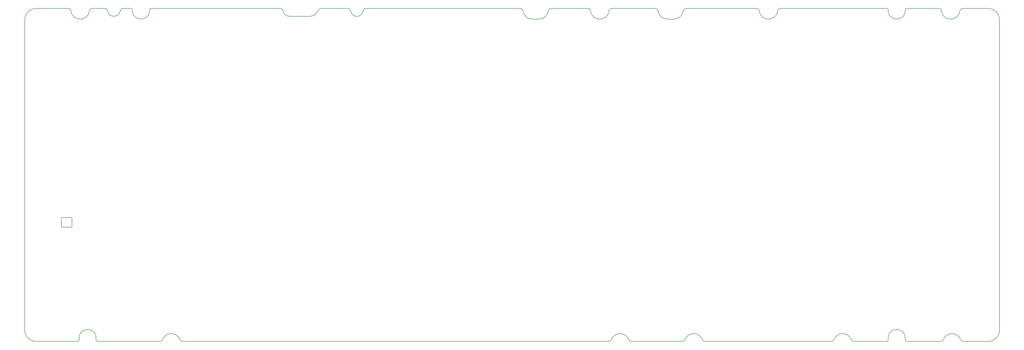
<source format=gbr>
%TF.GenerationSoftware,KiCad,Pcbnew,8.0.6*%
%TF.CreationDate,2024-11-23T19:51:20+07:00*%
%TF.ProjectId,Zellia80,5a656c6c-6961-4383-902e-6b696361645f,rev?*%
%TF.SameCoordinates,Original*%
%TF.FileFunction,Profile,NP*%
%FSLAX46Y46*%
G04 Gerber Fmt 4.6, Leading zero omitted, Abs format (unit mm)*
G04 Created by KiCad (PCBNEW 8.0.6) date 2024-11-23 19:51:20*
%MOMM*%
%LPD*%
G01*
G04 APERTURE LIST*
%TA.AperFunction,Profile*%
%ADD10C,0.200000*%
%TD*%
%TA.AperFunction,Profile*%
%ADD11C,0.150000*%
%TD*%
G04 APERTURE END LIST*
D10*
X236787200Y-58363301D02*
G75*
G02*
X233559741Y-55495423I0J3250001D01*
G01*
X243391969Y-54612999D02*
X268287167Y-54612999D01*
X224103373Y-172096999D02*
G75*
G02*
X223167201Y-171448653I27J1000099D01*
G01*
X242398905Y-55495423D02*
G75*
G02*
X239171448Y-58363358I-3227605J382223D01*
G01*
X334234010Y-171449825D02*
G75*
G02*
X340315989Y-171449823I3040990J-1146675D01*
G01*
X129470196Y-55461536D02*
G75*
G02*
X130458659Y-54613044I988504J-151564D01*
G01*
X340027477Y-55495265D02*
G75*
G02*
X340967509Y-54614150I993223J-117635D01*
G01*
X216203587Y-55495423D02*
G75*
G02*
X209748673Y-55495423I-3227457J379084D01*
G01*
X194773605Y-55495423D02*
G75*
G02*
X191546148Y-58363358I-3227605J382223D01*
G01*
X333298321Y-172096999D02*
X321250020Y-172096999D01*
X130458659Y-54612999D02*
X184941378Y-54612999D01*
X54050020Y-55335019D02*
X54050019Y-55112998D01*
X38314776Y-54613000D02*
G75*
G02*
X39302825Y-55459256I24J-999900D01*
G01*
X29225020Y-170897518D02*
X29225020Y-171597000D01*
X354025950Y-58612999D02*
X354025951Y-168096999D01*
X103437198Y-57363301D02*
X110589946Y-57363000D01*
X43749376Y-55459245D02*
G75*
G02*
X44737485Y-54612999I988024J-153655D01*
G01*
X294723321Y-172096999D02*
X250066677Y-172097000D01*
X114566189Y-54612999D02*
X124043601Y-54612999D01*
X28725019Y-172096999D02*
X14025951Y-172096999D01*
X10025951Y-58701999D02*
G75*
G02*
X14114941Y-54614002I4000439J87579D01*
G01*
X341251677Y-172097000D02*
G75*
G02*
X340316008Y-171449817I23J1000000D01*
G01*
X113630523Y-55260113D02*
G75*
G02*
X114566189Y-54613019I935577J-352787D01*
G01*
X216149737Y-172092116D02*
X65749438Y-172096999D01*
X48050020Y-55112999D02*
X48050020Y-55335019D01*
X232566678Y-54612999D02*
G75*
G02*
X233559742Y-55495423I-178J-1000201D01*
G01*
X321250020Y-172096999D02*
G75*
G02*
X320750001Y-171596999I-20J499999D01*
G01*
X189161900Y-58363301D02*
X191546148Y-58363300D01*
X194773605Y-55495423D02*
G75*
G02*
X195766669Y-54612980I992995J-117477D01*
G01*
X242398905Y-55495423D02*
G75*
G02*
X243391969Y-54612980I992995J-117477D01*
G01*
X54050019Y-55112998D02*
G75*
G02*
X54550020Y-54613019I499981J-2D01*
G01*
X302676677Y-172097000D02*
G75*
G02*
X301741008Y-171449817I23J1000000D01*
G01*
X54550020Y-54612999D02*
X100225846Y-54612999D01*
X314750019Y-55112997D02*
X314750020Y-55335018D01*
X314750020Y-170897518D02*
G75*
G02*
X320750020Y-170897518I3000000J0D01*
G01*
X33839750Y-54612999D02*
X38314776Y-54613000D01*
X58732215Y-171449622D02*
G75*
G02*
X57796450Y-172096981I-935815J352722D01*
G01*
X29225020Y-171597000D02*
G75*
G02*
X28725019Y-172097020I-500020J0D01*
G01*
X103437198Y-57363301D02*
G75*
G02*
X101213953Y-55459247I2J2250001D01*
G01*
X25398637Y-54613084D02*
G75*
G02*
X26391776Y-55495487I63J-1000016D01*
G01*
X314750020Y-170897518D02*
X314750020Y-171596999D01*
X276728210Y-54612999D02*
X314249157Y-54612999D01*
X189161900Y-58363301D02*
G75*
G02*
X185934441Y-55495423I0J3250001D01*
G01*
X184941378Y-54612999D02*
G75*
G02*
X185934442Y-55495423I-178J-1000201D01*
G01*
X321249158Y-54612999D02*
X332579478Y-54613000D01*
X35725020Y-172096999D02*
G75*
G02*
X35225001Y-171596999I-20J499999D01*
G01*
X216203587Y-55495423D02*
G75*
G02*
X217196651Y-54612951I993113J-117577D01*
G01*
X44737485Y-54612999D02*
X47550020Y-54612999D01*
X243049010Y-171449825D02*
G75*
G02*
X242113321Y-172097019I-935710J352825D01*
G01*
X314250020Y-172096999D02*
X302676677Y-172097000D01*
X32846686Y-55495423D02*
G75*
G02*
X33839750Y-54612950I993114J-117577D01*
G01*
X113630523Y-55260113D02*
G75*
G02*
X110589946Y-57363010I-3040423J1146513D01*
G01*
X340967511Y-54614196D02*
X350025950Y-54613000D01*
X314249157Y-54612999D02*
G75*
G02*
X314750002Y-55112997I843J-500001D01*
G01*
X35225020Y-171596999D02*
X35225020Y-170897518D01*
X58732215Y-171449622D02*
G75*
G02*
X64813673Y-171449622I3040729J-1145835D01*
G01*
X14025951Y-172096999D02*
G75*
G02*
X10026001Y-168096999I-251J3999699D01*
G01*
X350025950Y-54613000D02*
G75*
G02*
X354026000Y-58612999I250J-3999800D01*
G01*
X340027477Y-55495265D02*
G75*
G02*
X333572542Y-55495426I-3227477J381965D01*
G01*
X295659010Y-171449825D02*
G75*
G02*
X294723321Y-172097019I-935710J352825D01*
G01*
X124043601Y-54612999D02*
G75*
G02*
X125032064Y-55461537I-1J-1000001D01*
G01*
X217085290Y-171444907D02*
G75*
G02*
X216149737Y-172092123I-935790J352907D01*
G01*
X32846686Y-55495423D02*
G75*
G02*
X26391782Y-55495487I-3227456J382133D01*
G01*
X320750020Y-55335019D02*
G75*
G02*
X314749980Y-55335018I-3000020J19D01*
G01*
X217196651Y-54612999D02*
X232566678Y-54612999D01*
X354025951Y-168096999D02*
G75*
G02*
X350025950Y-172096951I-3999651J-301D01*
G01*
X65749438Y-172096999D02*
G75*
G02*
X64813700Y-171449612I-38J999899D01*
G01*
X236787200Y-58363301D02*
X239171448Y-58363300D01*
X195766669Y-54612999D02*
X208755609Y-54613000D01*
X54050020Y-55335019D02*
G75*
G02*
X48050020Y-55335019I-3000000J0D01*
G01*
X208755609Y-54613000D02*
G75*
G02*
X209748664Y-55495424I-9J-1000000D01*
G01*
X242113321Y-172096999D02*
X224103373Y-172096999D01*
X320750020Y-171596999D02*
X320750020Y-170897518D01*
X295659010Y-171449825D02*
G75*
G02*
X301740989Y-171449823I3040990J-1146675D01*
G01*
X314750020Y-171596999D02*
G75*
G02*
X314250020Y-172097020I-500020J-1D01*
G01*
X57796450Y-172096999D02*
X35725020Y-172096999D01*
X320750020Y-55335019D02*
X320750019Y-55112998D01*
X320750019Y-55112998D02*
G75*
G02*
X321249158Y-54613020I499981J-2D01*
G01*
X217085290Y-171444907D02*
G75*
G02*
X223167305Y-171448614I3040310J-1146193D01*
G01*
X29225020Y-170897518D02*
G75*
G02*
X35225020Y-170897518I3000000J0D01*
G01*
X47550020Y-54612999D02*
G75*
G02*
X48050001Y-55112999I-20J-500001D01*
G01*
X332579478Y-54613000D02*
G75*
G02*
X333572564Y-55495423I22J-1000000D01*
G01*
X275735146Y-55495423D02*
G75*
G02*
X269280232Y-55495423I-3227457J382124D01*
G01*
X100225846Y-54612999D02*
G75*
G02*
X101213995Y-55459240I-46J-1000101D01*
G01*
X10025951Y-168096999D02*
X10025951Y-58701999D01*
X14114941Y-54613999D02*
X25398637Y-54613084D01*
X129470196Y-55461536D02*
G75*
G02*
X125032006Y-55461546I-2219096J340036D01*
G01*
X275735146Y-55495423D02*
G75*
G02*
X276728210Y-54613010I993054J-117577D01*
G01*
X243049010Y-171449825D02*
G75*
G02*
X249130989Y-171449823I3040990J-1146675D01*
G01*
X350025950Y-172096999D02*
X341251677Y-172097000D01*
X250066677Y-172097000D02*
G75*
G02*
X249130947Y-171449839I23J1000100D01*
G01*
X334234010Y-171449825D02*
G75*
G02*
X333298321Y-172097019I-935710J352825D01*
G01*
X268287167Y-54612999D02*
G75*
G02*
X269280177Y-55495429I33J-999901D01*
G01*
X43749376Y-55459245D02*
G75*
G02*
X39302884Y-55459247I-2223246J345935D01*
G01*
D11*
%TO.C,D1*%
X26756250Y-131802499D02*
X26756250Y-128402499D01*
X26756250Y-131802499D02*
X22956250Y-131802499D01*
X22956250Y-131802499D02*
X22956250Y-128402499D01*
X26756250Y-128402499D02*
X22956250Y-128402499D01*
%TD*%
M02*

</source>
